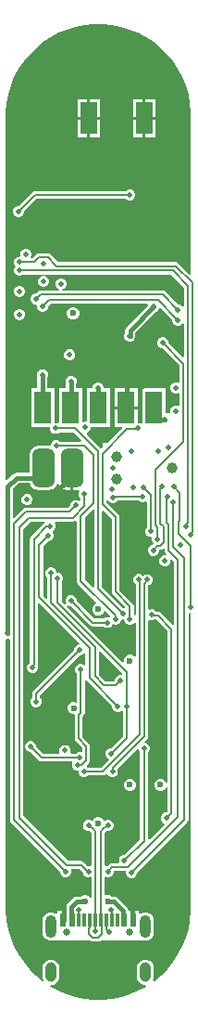
<source format=gbr>
%TF.GenerationSoftware,Altium Limited,Altium Designer,24.2.2 (26)*%
G04 Layer_Physical_Order=4*
G04 Layer_Color=16711680*
%FSLAX45Y45*%
%MOMM*%
%TF.SameCoordinates,505FE19A-96A0-4540-A324-069B6CBC3D10*%
%TF.FilePolarity,Positive*%
%TF.FileFunction,Copper,L4,Bot,Signal*%
%TF.Part,Single*%
G01*
G75*
%TA.AperFunction,Conductor*%
%ADD40C,0.40000*%
%ADD41C,0.20000*%
%TA.AperFunction,ComponentPad*%
G04:AMPARAMS|DCode=45|XSize=1mm|YSize=1.8mm|CornerRadius=0.5mm|HoleSize=0mm|Usage=FLASHONLY|Rotation=180.000|XOffset=0mm|YOffset=0mm|HoleType=Round|Shape=RoundedRectangle|*
%AMROUNDEDRECTD45*
21,1,1.00000,0.80000,0,0,180.0*
21,1,0.00000,1.80000,0,0,180.0*
1,1,1.00000,0.00000,0.40000*
1,1,1.00000,0.00000,0.40000*
1,1,1.00000,0.00000,-0.40000*
1,1,1.00000,0.00000,-0.40000*
%
%ADD45ROUNDEDRECTD45*%
G04:AMPARAMS|DCode=46|XSize=1mm|YSize=2.1mm|CornerRadius=0.5mm|HoleSize=0mm|Usage=FLASHONLY|Rotation=180.000|XOffset=0mm|YOffset=0mm|HoleType=Round|Shape=RoundedRectangle|*
%AMROUNDEDRECTD46*
21,1,1.00000,1.10000,0,0,180.0*
21,1,0.00000,2.10000,0,0,180.0*
1,1,1.00000,0.00000,0.55000*
1,1,1.00000,0.00000,0.55000*
1,1,1.00000,0.00000,-0.55000*
1,1,1.00000,0.00000,-0.55000*
%
%ADD46ROUNDEDRECTD46*%
%ADD47C,0.65000*%
%ADD48C,1.00000*%
%TA.AperFunction,ViaPad*%
%ADD49C,0.50000*%
%ADD50C,0.60000*%
%TA.AperFunction,SMDPad,CuDef*%
%ADD59R,0.30000X1.15000*%
%ADD60R,0.60000X1.15000*%
%ADD61R,1.60000X3.00000*%
G04:AMPARAMS|DCode=62|XSize=3.5mm|YSize=2mm|CornerRadius=0.5mm|HoleSize=0mm|Usage=FLASHONLY|Rotation=270.000|XOffset=0mm|YOffset=0mm|HoleType=Round|Shape=RoundedRectangle|*
%AMROUNDEDRECTD62*
21,1,3.50000,1.00000,0,0,270.0*
21,1,2.50001,2.00000,0,0,270.0*
1,1,1.00000,-0.50000,-1.25000*
1,1,1.00000,-0.50000,1.25000*
1,1,1.00000,0.50000,1.25000*
1,1,1.00000,0.50000,-1.25000*
%
%ADD62ROUNDEDRECTD62*%
G36*
X4024730Y10890845D02*
X4106542Y10874571D01*
X4186371Y10850355D01*
X4263440Y10818433D01*
X4337011Y10779108D01*
X4406372Y10732763D01*
X4470855Y10679842D01*
X4529843Y10620855D01*
X4582763Y10556372D01*
X4629108Y10487011D01*
X4668432Y10413442D01*
X4700355Y10336372D01*
X4724571Y10256542D01*
X4740845Y10174729D01*
X4749022Y10091709D01*
Y10050000D01*
Y8618616D01*
X4737288Y8613755D01*
X4635522Y8715522D01*
X4623812Y8723346D01*
X4610000Y8726093D01*
X3534951D01*
X3464722Y8796322D01*
X3453013Y8804146D01*
X3439200Y8806893D01*
X3360801D01*
X3360800Y8806893D01*
X3346987Y8804146D01*
X3335278Y8796322D01*
X3301088Y8762132D01*
X3289558Y8763295D01*
X3283887Y8774252D01*
X3290400Y8789975D01*
Y8810025D01*
X3282727Y8828549D01*
X3268549Y8842727D01*
X3250025Y8850400D01*
X3229975D01*
X3211451Y8842727D01*
X3197273Y8828549D01*
X3189600Y8810025D01*
Y8789975D01*
X3190250Y8788407D01*
X3181725Y8775800D01*
X3169975D01*
X3151451Y8768127D01*
X3137273Y8753949D01*
X3129600Y8735425D01*
Y8715375D01*
X3137273Y8696851D01*
X3146424Y8687700D01*
X3137273Y8678549D01*
X3129600Y8660025D01*
Y8639975D01*
X3137273Y8621451D01*
X3151451Y8607273D01*
X3169975Y8599600D01*
X3190025D01*
X3208549Y8607273D01*
X3215183Y8613907D01*
X4565449D01*
X4683907Y8495449D01*
Y8323963D01*
X4678371Y8321282D01*
X4671207Y8320069D01*
X4658549Y8332727D01*
X4640025Y8340400D01*
X4630644D01*
X4515522Y8455522D01*
X4503812Y8463346D01*
X4490000Y8466093D01*
X3574139D01*
X3571613Y8478793D01*
X3586049Y8484773D01*
X3600227Y8498951D01*
X3607900Y8517475D01*
Y8537525D01*
X3600227Y8556049D01*
X3586049Y8570227D01*
X3567525Y8577900D01*
X3547475D01*
X3528951Y8570227D01*
X3514773Y8556049D01*
X3507100Y8537525D01*
Y8517475D01*
X3514773Y8498951D01*
X3528951Y8484773D01*
X3543387Y8478793D01*
X3540861Y8466093D01*
X3370000D01*
X3356187Y8463346D01*
X3344478Y8455522D01*
X3329356Y8440400D01*
X3319975D01*
X3301451Y8432727D01*
X3287273Y8418549D01*
X3279600Y8400025D01*
Y8379975D01*
X3287273Y8361451D01*
X3301451Y8347273D01*
X3319975Y8339600D01*
X3329820D01*
X3339600Y8330025D01*
Y8309975D01*
X3347273Y8291451D01*
X3361451Y8277273D01*
X3379975Y8269600D01*
X3400025D01*
X3418549Y8277273D01*
X3432727Y8291451D01*
X3440400Y8309975D01*
Y8319356D01*
X3465750Y8344706D01*
X4350883D01*
X4356143Y8332006D01*
X4159181Y8135045D01*
X4149147Y8120027D01*
X4145623Y8102313D01*
X4145624Y8102312D01*
Y8074567D01*
X4139600Y8060025D01*
Y8039975D01*
X4147273Y8021451D01*
X4161451Y8007273D01*
X4179975Y7999600D01*
X4200025D01*
X4218549Y8007273D01*
X4232727Y8021451D01*
X4240400Y8039975D01*
Y8060025D01*
X4238203Y8065330D01*
Y8083139D01*
X4428626Y8273563D01*
X4438549Y8277673D01*
X4452727Y8291851D01*
X4457536Y8303460D01*
X4472133Y8306823D01*
X4579600Y8199356D01*
Y8189975D01*
X4587273Y8171451D01*
X4601451Y8157273D01*
X4619975Y8149600D01*
X4640025D01*
X4658549Y8157273D01*
X4671207Y8169931D01*
X4678371Y8168718D01*
X4683907Y8166037D01*
Y7863731D01*
X4672173Y7858870D01*
X4540400Y7990644D01*
Y8000025D01*
X4532727Y8018549D01*
X4518549Y8032727D01*
X4500025Y8040400D01*
X4479975D01*
X4461451Y8032727D01*
X4447273Y8018549D01*
X4439600Y8000025D01*
Y7979975D01*
X4447273Y7961451D01*
X4461451Y7947273D01*
X4479975Y7939600D01*
X4489356D01*
X4643907Y7785049D01*
Y7633963D01*
X4631206Y7625768D01*
X4620025Y7630400D01*
X4599975D01*
X4581451Y7622727D01*
X4567273Y7608549D01*
X4559600Y7590025D01*
Y7569975D01*
X4567273Y7551451D01*
X4581451Y7537273D01*
X4599975Y7529600D01*
X4620025D01*
X4631206Y7534232D01*
X4643907Y7526037D01*
Y7423563D01*
X4631206Y7415603D01*
X4619625Y7420400D01*
X4599575D01*
X4581051Y7412727D01*
X4566873Y7398549D01*
X4559200Y7380025D01*
Y7359975D01*
X4552535Y7350000D01*
X4513400D01*
Y7575400D01*
X4302600D01*
Y7259822D01*
X4289900Y7254025D01*
X4274625Y7260352D01*
X4259400D01*
Y7387300D01*
X4154000D01*
X4048600D01*
Y7224600D01*
X4116963D01*
X4121823Y7212867D01*
X3988956Y7080000D01*
X3940000D01*
Y7039996D01*
X3928058Y7029214D01*
X3921020Y7030024D01*
X3793577Y7157467D01*
X3796846Y7172158D01*
X3808229Y7176873D01*
X3822407Y7191051D01*
X3830080Y7209575D01*
Y7224600D01*
X4005400D01*
Y7575400D01*
X3950400D01*
Y7590025D01*
X3942727Y7608549D01*
X3928549Y7622727D01*
X3910025Y7630400D01*
X3889975D01*
X3871451Y7622727D01*
X3857273Y7608549D01*
X3849600Y7590025D01*
Y7575400D01*
X3794600D01*
Y7273271D01*
X3789705Y7270000D01*
X3769655D01*
X3761960Y7266812D01*
X3751400Y7273868D01*
Y7575400D01*
X3696290D01*
Y7620451D01*
X3700400Y7630375D01*
Y7650425D01*
X3692727Y7668949D01*
X3678549Y7683127D01*
X3660025Y7690800D01*
X3639975D01*
X3621451Y7683127D01*
X3607273Y7668949D01*
X3599600Y7650425D01*
Y7630375D01*
X3603711Y7620451D01*
Y7575400D01*
X3540600D01*
Y7265790D01*
X3527900Y7257304D01*
X3520425Y7260400D01*
X3500375D01*
X3497400Y7262388D01*
Y7575400D01*
X3436290D01*
Y7680851D01*
X3440400Y7690775D01*
Y7710825D01*
X3432727Y7729349D01*
X3418549Y7743527D01*
X3400025Y7751200D01*
X3379975D01*
X3361451Y7743527D01*
X3347273Y7729349D01*
X3339600Y7710825D01*
Y7690775D01*
X3343711Y7680851D01*
Y7575400D01*
X3286600D01*
Y7224600D01*
X3456943D01*
X3460000Y7220025D01*
Y7199975D01*
X3467673Y7181451D01*
X3481851Y7167273D01*
X3500375Y7159600D01*
X3520425D01*
X3538949Y7167273D01*
X3545583Y7173907D01*
X3675050D01*
X3746129Y7102827D01*
X3741269Y7091094D01*
X3546592D01*
X3542854Y7094831D01*
X3524330Y7102504D01*
X3504279D01*
X3485755Y7094831D01*
X3471578Y7080654D01*
X3463904Y7062130D01*
Y7058851D01*
X3454356Y7050477D01*
X3450000Y7051051D01*
X3350000D01*
X3330316Y7048460D01*
X3311975Y7040862D01*
X3296224Y7028776D01*
X3284138Y7013026D01*
X3276541Y6994684D01*
X3273949Y6975000D01*
Y6806689D01*
X3150841D01*
X3150840Y6806690D01*
X3133125Y6803166D01*
X3118108Y6793132D01*
X3118107Y6793131D01*
X3062712Y6737736D01*
X3050978Y6742596D01*
Y10050000D01*
Y10091709D01*
X3059155Y10174730D01*
X3075429Y10256542D01*
X3099644Y10336371D01*
X3131567Y10413440D01*
X3170892Y10487011D01*
X3217237Y10556372D01*
X3270157Y10620855D01*
X3329144Y10679842D01*
X3393628Y10732763D01*
X3462989Y10779108D01*
X3536558Y10818432D01*
X3613628Y10850355D01*
X3693458Y10874571D01*
X3775270Y10890845D01*
X3858291Y10899022D01*
X3941708D01*
X4024730Y10890845D01*
D02*
G37*
G36*
X3672700Y6648949D02*
X3710000D01*
X3724524Y6650861D01*
X3730456Y6638833D01*
X3730173Y6638549D01*
X3722500Y6620025D01*
Y6599975D01*
X3730173Y6581451D01*
X3736807Y6574817D01*
Y6553209D01*
X3725073Y6548349D01*
X3723595Y6549827D01*
X3705071Y6557500D01*
X3685021D01*
X3666497Y6549827D01*
X3652319Y6535649D01*
X3644646Y6517125D01*
Y6507744D01*
X3622996Y6486093D01*
X3240000D01*
X3226188Y6483346D01*
X3214478Y6475522D01*
X3128023Y6389066D01*
X3116289Y6393927D01*
Y6660386D01*
X3170013Y6714111D01*
X3275383D01*
X3276541Y6705316D01*
X3284138Y6686974D01*
X3296224Y6671224D01*
X3311975Y6659138D01*
X3330316Y6651540D01*
X3350000Y6648949D01*
X3450000D01*
X3469684Y6651540D01*
X3488026Y6659138D01*
X3503776Y6671224D01*
X3515862Y6686974D01*
X3523460Y6705316D01*
X3523595Y6706347D01*
X3536405D01*
X3536541Y6705316D01*
X3544138Y6686974D01*
X3556224Y6671224D01*
X3571975Y6659138D01*
X3590316Y6651540D01*
X3610000Y6648949D01*
X3647300D01*
Y6850000D01*
X3672700D01*
Y6648949D01*
D02*
G37*
G36*
X4277851Y6547273D02*
X4296375Y6539600D01*
X4316425D01*
X4330806Y6545557D01*
X4343507Y6539237D01*
Y6306882D01*
X4336873Y6300249D01*
X4329200Y6281725D01*
Y6261675D01*
X4336873Y6243150D01*
X4351051Y6228973D01*
X4369575Y6221300D01*
X4380524D01*
X4389600Y6210025D01*
Y6189975D01*
X4397273Y6171451D01*
X4407510Y6161214D01*
X4400363Y6150400D01*
X4393575D01*
X4375051Y6142727D01*
X4360873Y6128549D01*
X4353200Y6110025D01*
Y6089975D01*
X4360873Y6071451D01*
X4375051Y6057273D01*
X4393575Y6049600D01*
X4413625D01*
X4432149Y6057273D01*
X4446327Y6071451D01*
X4454000Y6089975D01*
Y6099356D01*
X4458151Y6103507D01*
X4465018D01*
X4478831Y6106254D01*
X4490540Y6114078D01*
X4492573Y6116111D01*
X4504306Y6111251D01*
Y6099600D01*
X4507054Y6085788D01*
X4514878Y6074079D01*
X4528194Y6060763D01*
X4521000Y6049996D01*
X4520025Y6050400D01*
X4499975D01*
X4481451Y6042727D01*
X4467273Y6028549D01*
X4459600Y6010025D01*
Y5989975D01*
X4467273Y5971451D01*
X4481451Y5957273D01*
X4499975Y5949600D01*
X4520025D01*
X4538549Y5957273D01*
X4552727Y5971451D01*
X4560400Y5989975D01*
Y6010025D01*
X4559996Y6010999D01*
X4570763Y6018193D01*
X4593906Y5995050D01*
Y5424131D01*
X4582173Y5419271D01*
X4470922Y5530522D01*
X4459212Y5538346D01*
X4445400Y5541093D01*
X4430583D01*
X4418950Y5552727D01*
X4400425Y5560400D01*
X4380375D01*
X4368794Y5555603D01*
X4356093Y5563563D01*
Y5779600D01*
X4357180D01*
X4375704Y5787273D01*
X4389882Y5801451D01*
X4397555Y5819975D01*
Y5840025D01*
X4389882Y5858549D01*
X4375704Y5872727D01*
X4357180Y5880400D01*
X4337130D01*
X4318606Y5872727D01*
X4308875Y5862996D01*
X4298847Y5873024D01*
X4280323Y5880697D01*
X4260272D01*
X4241748Y5873024D01*
X4227571Y5858847D01*
X4219898Y5840323D01*
Y5820272D01*
X4227571Y5801748D01*
X4241748Y5787571D01*
X4243907Y5786677D01*
Y5512608D01*
X4231207Y5506843D01*
X4226493Y5510964D01*
Y5589600D01*
X4223746Y5603412D01*
X4215922Y5615122D01*
X4096093Y5734950D01*
Y6400000D01*
X4093346Y6413812D01*
X4085522Y6425522D01*
X3976093Y6534950D01*
Y6552099D01*
X3988793Y6554625D01*
X3990873Y6549605D01*
X4005051Y6535427D01*
X4023575Y6527754D01*
X4043625D01*
X4062149Y6535427D01*
X4076327Y6549605D01*
X4078450Y6554730D01*
X4270394D01*
X4277851Y6547273D01*
D02*
G37*
G36*
X3863907Y6466269D02*
Y5765098D01*
X3851207Y5759837D01*
X3776093Y5834950D01*
Y6395049D01*
X3852173Y6471130D01*
X3863907Y6466269D01*
D02*
G37*
G36*
X4023907Y6385049D02*
Y5720000D01*
X4026654Y5706188D01*
X4034478Y5694478D01*
X4145083Y5583873D01*
X4138858Y5572137D01*
X4129370Y5571674D01*
X3936093Y5764950D01*
Y6456269D01*
X3947827Y6461129D01*
X4023907Y6385049D01*
D02*
G37*
G36*
X3703906Y6362521D02*
Y5820000D01*
X3706654Y5806188D01*
X3714478Y5794478D01*
X3882496Y5626460D01*
X3879516Y5611480D01*
X3868619Y5606966D01*
X3853034Y5591382D01*
X3844600Y5571020D01*
Y5548980D01*
X3853034Y5528619D01*
X3868619Y5513034D01*
X3888980Y5504600D01*
X3911020D01*
X3931382Y5513034D01*
X3946966Y5528619D01*
X3951480Y5539516D01*
X3966460Y5542496D01*
X4012141Y5496815D01*
X4004947Y5486049D01*
X3994442Y5490400D01*
X3974392D01*
X3955867Y5482727D01*
X3949234Y5476093D01*
X3864950D01*
X3700400Y5640644D01*
Y5650025D01*
X3692727Y5668549D01*
X3678549Y5682727D01*
X3660025Y5690400D01*
X3639975D01*
X3621451Y5682727D01*
X3607273Y5668549D01*
X3599600Y5650025D01*
Y5629975D01*
X3607273Y5611451D01*
X3598094Y5602949D01*
X3566093Y5634950D01*
Y5804817D01*
X3572727Y5811451D01*
X3580400Y5829975D01*
Y5850025D01*
X3572727Y5868549D01*
X3558549Y5882727D01*
X3540025Y5890400D01*
X3520000D01*
Y5900025D01*
X3512327Y5918549D01*
X3498149Y5932727D01*
X3479625Y5940400D01*
X3459575D01*
X3441051Y5932727D01*
X3426873Y5918549D01*
X3419200Y5900025D01*
Y5879975D01*
X3426873Y5861451D01*
X3433507Y5854817D01*
Y5664131D01*
X3421773Y5659270D01*
X3396093Y5684951D01*
Y6135205D01*
X3442329Y6181441D01*
X3451711D01*
X3470235Y6189114D01*
X3484412Y6203292D01*
X3492085Y6221816D01*
Y6241866D01*
X3484412Y6260390D01*
X3481768Y6263034D01*
X3484246Y6275491D01*
X3488549Y6277273D01*
X3502727Y6291451D01*
X3510400Y6309975D01*
Y6330025D01*
X3502727Y6348549D01*
X3502423Y6348853D01*
X3507283Y6360586D01*
X3670044D01*
X3683856Y6363334D01*
X3691206Y6368245D01*
X3703906Y6362521D01*
D02*
G37*
G36*
X4533907Y5365450D02*
Y3983670D01*
X4521207Y3981143D01*
X4516966Y3991381D01*
X4501381Y4006966D01*
X4481020Y4015400D01*
X4458980D01*
X4438619Y4006966D01*
X4423034Y3991381D01*
X4414600Y3971020D01*
Y3948980D01*
X4423034Y3928619D01*
X4438619Y3913034D01*
X4458980Y3904600D01*
X4481020D01*
X4501381Y3913034D01*
X4516966Y3928619D01*
X4521207Y3938856D01*
X4533907Y3936330D01*
Y3718814D01*
X4521565Y3706472D01*
X4512184D01*
X4493660Y3698799D01*
X4479482Y3684622D01*
X4471809Y3666098D01*
Y3646047D01*
X4479482Y3627523D01*
X4493660Y3613346D01*
X4501213Y3610217D01*
X4504192Y3595236D01*
X4368793Y3459837D01*
X4356093Y3465098D01*
Y4256717D01*
X4362727Y4263351D01*
X4370400Y4281875D01*
Y4301925D01*
X4362727Y4320449D01*
X4348549Y4334627D01*
X4330025Y4342300D01*
X4329937D01*
X4325077Y4354033D01*
X4345522Y4374478D01*
X4353346Y4386188D01*
X4356093Y4400000D01*
Y5456437D01*
X4368794Y5464397D01*
X4380375Y5459600D01*
X4400425D01*
X4418950Y5467273D01*
X4420583Y5468907D01*
X4430450D01*
X4533907Y5365450D01*
D02*
G37*
G36*
X3639975Y5589600D02*
X3649356D01*
X3824478Y5414478D01*
X3836188Y5406654D01*
X3850000Y5403907D01*
X3949234D01*
X3955867Y5397273D01*
X3974392Y5389600D01*
X3994442D01*
X4012966Y5397273D01*
X4027144Y5411451D01*
X4033368Y5426479D01*
X4049975Y5419600D01*
X4070025D01*
X4088549Y5427273D01*
X4102727Y5441451D01*
X4110400Y5459975D01*
Y5463202D01*
X4119975Y5469600D01*
X4139600D01*
Y5459975D01*
X4147273Y5441451D01*
X4161451Y5427273D01*
X4179975Y5419600D01*
X4200025D01*
X4218549Y5427273D01*
X4231207Y5439930D01*
X4238371Y5438718D01*
X4243907Y5436037D01*
Y5132401D01*
X4231207Y5127141D01*
X4221381Y5136966D01*
X4201020Y5145400D01*
X4178980D01*
X4158619Y5136966D01*
X4143034Y5121381D01*
X4134600Y5101020D01*
Y5084404D01*
X4121900Y5079144D01*
X3612950Y5588094D01*
X3621451Y5597273D01*
X3639975Y5589600D01*
D02*
G37*
G36*
X3408272Y6359501D02*
X3409949Y6347886D01*
X3400588Y6341631D01*
X3284878Y6225922D01*
X3277054Y6214212D01*
X3274307Y6200400D01*
Y5073910D01*
X3271451Y5072727D01*
X3257273Y5058549D01*
X3249600Y5040025D01*
Y5019975D01*
X3257273Y5001451D01*
X3271451Y4987273D01*
X3289975Y4979600D01*
X3310025D01*
X3328549Y4987273D01*
X3342727Y5001451D01*
X3350400Y5019975D01*
Y5040025D01*
X3345518Y5051812D01*
X3346493Y5056716D01*
Y5615869D01*
X3358227Y5620729D01*
X3726823Y5252133D01*
X3721963Y5240400D01*
X3719975D01*
X3701451Y5232727D01*
X3687273Y5218549D01*
X3679600Y5200025D01*
Y5190644D01*
X3304478Y4815522D01*
X3296654Y4803812D01*
X3293907Y4790000D01*
Y4755183D01*
X3287273Y4748549D01*
X3279600Y4730025D01*
Y4709975D01*
X3287273Y4691451D01*
X3301451Y4677273D01*
X3319975Y4669600D01*
X3340025D01*
X3358549Y4677273D01*
X3372727Y4691451D01*
X3380400Y4709975D01*
Y4730025D01*
X3372727Y4748549D01*
X3366093Y4755183D01*
Y4775050D01*
X3730644Y5139600D01*
X3740025D01*
X3758549Y5147273D01*
X3771207Y5159930D01*
X3778371Y5158718D01*
X3783907Y5156037D01*
Y5055330D01*
X3771207Y5050069D01*
X3768549Y5052727D01*
X3750025Y5060400D01*
X3729975D01*
X3711451Y5052727D01*
X3697273Y5038549D01*
X3689600Y5020025D01*
Y4999975D01*
X3697273Y4981451D01*
X3703906Y4974817D01*
Y4718436D01*
X3693347Y4711380D01*
X3685620Y4714581D01*
X3663580D01*
X3643219Y4706147D01*
X3627634Y4690562D01*
X3619200Y4670200D01*
Y4648161D01*
X3627634Y4627799D01*
X3643219Y4612215D01*
X3663580Y4603781D01*
X3678761D01*
X3683907Y4597510D01*
Y4382511D01*
X3686654Y4368699D01*
X3694478Y4356989D01*
X3754306Y4297161D01*
Y4265914D01*
X3743747Y4258858D01*
X3740025Y4260400D01*
X3719975D01*
X3701451Y4252727D01*
X3694817Y4246093D01*
X3650874D01*
X3643818Y4256653D01*
X3645987Y4261888D01*
Y4281938D01*
X3638314Y4300463D01*
X3624136Y4314640D01*
X3605612Y4322313D01*
X3585562D01*
X3567038Y4314640D01*
X3552860Y4300463D01*
X3545187Y4281938D01*
Y4261888D01*
X3547355Y4256653D01*
X3540299Y4246093D01*
X3394951D01*
X3330400Y4310644D01*
Y4320025D01*
X3322727Y4338549D01*
X3308549Y4352727D01*
X3290025Y4360400D01*
X3269975D01*
X3251451Y4352727D01*
X3237273Y4338549D01*
X3229600Y4320025D01*
Y4299975D01*
X3237273Y4281451D01*
X3251451Y4267273D01*
X3269975Y4259600D01*
X3279356D01*
X3354478Y4184478D01*
X3366188Y4176654D01*
X3380000Y4173907D01*
X3659245D01*
X3665795Y4161206D01*
X3660000Y4147217D01*
Y4127167D01*
X3667673Y4108643D01*
X3681851Y4094465D01*
X3700375Y4086792D01*
X3719600D01*
Y4069975D01*
X3727273Y4051451D01*
X3741451Y4037273D01*
X3759975Y4029600D01*
X3780025D01*
X3798549Y4037273D01*
X3805183Y4043907D01*
X3940000D01*
X3953812Y4046654D01*
X3965522Y4054478D01*
X3971934Y4060890D01*
X3984390Y4058412D01*
X3987273Y4051451D01*
X4001451Y4037273D01*
X4019975Y4029600D01*
X4040025D01*
X4058549Y4037273D01*
X4072727Y4051451D01*
X4080400Y4069975D01*
Y4090025D01*
X4074738Y4103694D01*
X4257867Y4286823D01*
X4269600Y4281963D01*
Y4281875D01*
X4277273Y4263351D01*
X4283907Y4256717D01*
Y3464950D01*
X4139356Y3320400D01*
X4129975D01*
X4111451Y3312727D01*
X4097273Y3298549D01*
X4089600Y3280025D01*
Y3259975D01*
X4091142Y3256253D01*
X4084086Y3245694D01*
X4029600D01*
X4015787Y3242946D01*
X4004078Y3235122D01*
X3989356Y3220400D01*
X3979975D01*
X3973394Y3217674D01*
X3960693Y3226160D01*
Y3517934D01*
X3961503Y3518743D01*
X3962004Y3519078D01*
X3982526Y3539600D01*
X4000025D01*
X4018549Y3547273D01*
X4032727Y3561451D01*
X4040400Y3579975D01*
Y3600025D01*
X4032727Y3618549D01*
X4018549Y3632727D01*
X4000025Y3640400D01*
X3979975D01*
X3963880Y3633733D01*
X3952232Y3634561D01*
X3949572Y3635090D01*
X3946966Y3641381D01*
X3931382Y3656966D01*
X3911020Y3665400D01*
X3888980D01*
X3868619Y3656966D01*
X3853034Y3641381D01*
X3850428Y3635090D01*
X3847764Y3634560D01*
X3836120Y3633733D01*
X3820025Y3640400D01*
X3799975D01*
X3781451Y3632727D01*
X3767273Y3618549D01*
X3759600Y3600025D01*
Y3579975D01*
X3767273Y3561451D01*
X3781451Y3547273D01*
X3799975Y3539600D01*
X3817474D01*
X3837596Y3519478D01*
X3838097Y3519143D01*
X3838907Y3518334D01*
Y3226325D01*
X3826206Y3217839D01*
X3820025Y3220400D01*
X3803928D01*
X3768806Y3255522D01*
X3757097Y3263346D01*
X3743284Y3266093D01*
X3624951D01*
X3215694Y3675350D01*
Y6293638D01*
X3282642Y6360586D01*
X3407837D01*
X3408272Y6359501D01*
D02*
G37*
G36*
X4124798Y4974158D02*
X4124247Y4967151D01*
X4111790Y4958929D01*
X4091740D01*
X4073215Y4951256D01*
X4059038Y4937079D01*
X4051365Y4918554D01*
Y4909173D01*
X4048285Y4906093D01*
X3964951D01*
X3906093Y4964951D01*
Y5176269D01*
X3917827Y5181130D01*
X4124798Y4974158D01*
D02*
G37*
G36*
X3794478Y4909878D02*
X4029600Y4674756D01*
Y4665375D01*
X4037273Y4646851D01*
X4051451Y4632673D01*
X4069975Y4625000D01*
X4090025D01*
X4108549Y4632673D01*
X4117000Y4641124D01*
X4129325Y4635488D01*
Y4404969D01*
X4019356Y4295000D01*
X4009975D01*
X3991451Y4287327D01*
X3977273Y4273149D01*
X3969600Y4254625D01*
Y4234575D01*
X3977273Y4216051D01*
X3991451Y4201873D01*
X3994594Y4200571D01*
X3997072Y4188115D01*
X3925050Y4116093D01*
X3805183D01*
X3798549Y4122727D01*
X3795419Y4124024D01*
X3792942Y4136480D01*
X3815922Y4159460D01*
X3823746Y4171169D01*
X3826493Y4184982D01*
Y4312110D01*
X3826493Y4312111D01*
X3823746Y4325923D01*
X3815922Y4337633D01*
X3756093Y4397461D01*
Y4582560D01*
X3765522Y4591989D01*
X3773346Y4603698D01*
X3776093Y4617511D01*
Y4914538D01*
X3788793Y4918386D01*
X3794478Y4909878D01*
D02*
G37*
G36*
X4739576Y5528757D02*
X4749022D01*
Y2850000D01*
Y2808291D01*
X4740845Y2725270D01*
X4724571Y2643458D01*
X4700356Y2563628D01*
X4668433Y2486560D01*
X4629108Y2412989D01*
X4582763Y2343627D01*
X4529843Y2279144D01*
X4470855Y2220157D01*
X4411645Y2171565D01*
X4401130Y2179364D01*
X4405459Y2189817D01*
X4408051Y2209500D01*
Y2289500D01*
X4405459Y2309183D01*
X4397862Y2327525D01*
X4385776Y2343276D01*
X4370025Y2355362D01*
X4351683Y2362959D01*
X4332000Y2365551D01*
X4312316Y2362959D01*
X4293975Y2355362D01*
X4278224Y2343276D01*
X4266138Y2327525D01*
X4258541Y2309183D01*
X4255949Y2289500D01*
Y2209500D01*
X4258541Y2189817D01*
X4266138Y2171475D01*
X4278224Y2155724D01*
X4293975Y2143638D01*
X4312316Y2136041D01*
X4332000Y2133449D01*
X4333178Y2133604D01*
X4337771Y2121400D01*
X4337011Y2120892D01*
X4263442Y2081568D01*
X4186372Y2049644D01*
X4106542Y2025429D01*
X4024729Y2009155D01*
X3941709Y2000978D01*
X3858291Y2000978D01*
X3775270Y2009155D01*
X3693458Y2025429D01*
X3613629Y2049644D01*
X3536560Y2081567D01*
X3462989Y2120892D01*
X3462229Y2121400D01*
X3466822Y2133605D01*
X3468000Y2133449D01*
X3487684Y2136041D01*
X3506025Y2143638D01*
X3521776Y2155724D01*
X3533862Y2171475D01*
X3541460Y2189817D01*
X3544051Y2209500D01*
Y2289500D01*
X3541460Y2309183D01*
X3533862Y2327525D01*
X3521776Y2343276D01*
X3506025Y2355362D01*
X3487684Y2362959D01*
X3468000Y2365551D01*
X3448317Y2362959D01*
X3429975Y2355362D01*
X3414224Y2343276D01*
X3402138Y2327525D01*
X3394541Y2309183D01*
X3391950Y2289500D01*
Y2209500D01*
X3394541Y2189817D01*
X3398871Y2179363D01*
X3388355Y2171564D01*
X3329144Y2220157D01*
X3270157Y2279144D01*
X3217237Y2343628D01*
X3170892Y2412989D01*
X3131568Y2486558D01*
X3099645Y2563628D01*
X3075429Y2643458D01*
X3059155Y2725270D01*
X3050978Y2808291D01*
Y2850000D01*
Y5283856D01*
X3059575Y5289600D01*
X3079625D01*
X3083347Y5291142D01*
X3093907Y5284086D01*
Y3640000D01*
X3096654Y3626188D01*
X3104478Y3614478D01*
X3549600Y3169356D01*
Y3159975D01*
X3557273Y3141451D01*
X3571451Y3127273D01*
X3589975Y3119600D01*
X3610025D01*
X3628549Y3127273D01*
X3642727Y3141451D01*
X3650400Y3159975D01*
Y3180025D01*
X3649024Y3183347D01*
X3656080Y3193906D01*
X3728334D01*
X3759600Y3162640D01*
Y3159975D01*
X3767273Y3141451D01*
X3781451Y3127273D01*
X3799975Y3119600D01*
X3820025D01*
X3826206Y3122161D01*
X3838907Y3113675D01*
Y2935741D01*
X3829901Y2932453D01*
X3826207Y2932141D01*
X3811382Y2946966D01*
X3791020Y2955400D01*
X3768980D01*
X3748619Y2946966D01*
X3744115Y2942463D01*
X3702849D01*
X3702848Y2942463D01*
X3685134Y2938939D01*
X3670116Y2928905D01*
X3670116Y2928904D01*
X3621868Y2880657D01*
X3611834Y2865639D01*
X3608310Y2847925D01*
X3608311Y2847924D01*
Y2807900D01*
X3592700D01*
Y2725000D01*
X3567300D01*
Y2807900D01*
X3524600D01*
Y2790117D01*
X3511900Y2783854D01*
X3506025Y2788361D01*
X3487684Y2795959D01*
X3468000Y2798550D01*
X3448317Y2795959D01*
X3429975Y2788361D01*
X3414224Y2776276D01*
X3402138Y2760525D01*
X3394541Y2742183D01*
X3391950Y2722500D01*
Y2612499D01*
X3394541Y2592816D01*
X3402138Y2574474D01*
X3414224Y2558724D01*
X3429975Y2546638D01*
X3448317Y2539040D01*
X3468000Y2536449D01*
X3830411D01*
X3836571Y2532334D01*
X3850383Y2529586D01*
X3900419D01*
X3914232Y2532334D01*
X3920391Y2536449D01*
X4332000D01*
X4351683Y2539040D01*
X4370025Y2546638D01*
X4385776Y2558724D01*
X4397862Y2574474D01*
X4405459Y2592816D01*
X4408051Y2612499D01*
Y2722500D01*
X4405459Y2742183D01*
X4397862Y2760525D01*
X4385776Y2776276D01*
X4370025Y2788361D01*
X4351683Y2795959D01*
X4332000Y2798550D01*
X4312316Y2795959D01*
X4293975Y2788361D01*
X4288100Y2783854D01*
X4275400Y2790117D01*
Y2807900D01*
X4232700D01*
Y2725000D01*
X4207300D01*
Y2807900D01*
X4176290D01*
Y2812900D01*
X4172766Y2830615D01*
X4162732Y2845632D01*
X4162731Y2845633D01*
X4079459Y2928905D01*
X4064441Y2938939D01*
X4046727Y2942463D01*
X4046726Y2942463D01*
X4025885D01*
X4021381Y2946966D01*
X4001020Y2955400D01*
X3978980D01*
X3971253Y2952199D01*
X3960693Y2959255D01*
Y3113840D01*
X3973394Y3122326D01*
X3979975Y3119600D01*
X4000025D01*
X4018549Y3127273D01*
X4032727Y3141451D01*
X4040400Y3159975D01*
Y3169356D01*
X4044550Y3173507D01*
X4155437D01*
X4156412Y3172049D01*
Y3151999D01*
X4164085Y3133475D01*
X4178262Y3119297D01*
X4196786Y3111624D01*
X4216837D01*
X4235361Y3119297D01*
X4249538Y3133475D01*
X4257211Y3151999D01*
Y3161380D01*
X4714723Y3618892D01*
X4722547Y3630602D01*
X4725295Y3644414D01*
Y5523243D01*
X4735855Y5530299D01*
X4739576Y5528757D01*
D02*
G37*
%LPC*%
G36*
X4427400Y10215400D02*
X4334700D01*
Y10052700D01*
X4427400D01*
Y10215400D01*
D02*
G37*
G36*
X4309300D02*
X4216600D01*
Y10052700D01*
X4309300D01*
Y10215400D01*
D02*
G37*
G36*
X3919400D02*
X3826700D01*
Y10052700D01*
X3919400D01*
Y10215400D01*
D02*
G37*
G36*
X3801300D02*
X3708600D01*
Y10052700D01*
X3801300D01*
Y10215400D01*
D02*
G37*
G36*
X4427400Y10027300D02*
X4334700D01*
Y9864600D01*
X4427400D01*
Y10027300D01*
D02*
G37*
G36*
X4309300D02*
X4216600D01*
Y9864600D01*
X4309300D01*
Y10027300D01*
D02*
G37*
G36*
X3919400D02*
X3826700D01*
Y9864600D01*
X3919400D01*
Y10027300D01*
D02*
G37*
G36*
X3801300D02*
X3708600D01*
Y9864600D01*
X3801300D01*
Y10027300D01*
D02*
G37*
G36*
X4200025Y9390400D02*
X4179975D01*
X4161451Y9382727D01*
X4154817Y9376094D01*
X3320000D01*
X3306187Y9373346D01*
X3294478Y9365522D01*
X3169356Y9240400D01*
X3159975D01*
X3141451Y9232727D01*
X3127273Y9218549D01*
X3119600Y9200025D01*
Y9179975D01*
X3127273Y9161451D01*
X3141451Y9147273D01*
X3159975Y9139600D01*
X3180025D01*
X3198549Y9147273D01*
X3212727Y9161451D01*
X3220400Y9179975D01*
Y9189356D01*
X3334950Y9303907D01*
X4154817D01*
X4161451Y9297273D01*
X4179975Y9289600D01*
X4200025D01*
X4218549Y9297273D01*
X4232727Y9311451D01*
X4240400Y9329975D01*
Y9350025D01*
X4232727Y9368549D01*
X4218549Y9382727D01*
X4200025Y9390400D01*
D02*
G37*
G36*
X3410025Y8600400D02*
X3389975D01*
X3371451Y8592727D01*
X3357273Y8578549D01*
X3349600Y8560025D01*
Y8539975D01*
X3357273Y8521451D01*
X3371451Y8507273D01*
X3389975Y8499600D01*
X3410025D01*
X3428549Y8507273D01*
X3442727Y8521451D01*
X3450400Y8539975D01*
Y8560025D01*
X3442727Y8578549D01*
X3428549Y8592727D01*
X3410025Y8600400D01*
D02*
G37*
G36*
X3190025Y8510400D02*
X3169975D01*
X3151451Y8502727D01*
X3137273Y8488549D01*
X3129600Y8470025D01*
Y8449975D01*
X3137273Y8431451D01*
X3151451Y8417273D01*
X3169975Y8409600D01*
X3190025D01*
X3208549Y8417273D01*
X3222727Y8431451D01*
X3230400Y8449975D01*
Y8470025D01*
X3222727Y8488549D01*
X3208549Y8502727D01*
X3190025Y8510400D01*
D02*
G37*
G36*
X3681020Y8315400D02*
X3658980D01*
X3638619Y8306966D01*
X3623034Y8291381D01*
X3614600Y8271020D01*
Y8248980D01*
X3623034Y8228619D01*
X3638619Y8213034D01*
X3658980Y8204600D01*
X3681020D01*
X3701381Y8213034D01*
X3716966Y8228619D01*
X3725400Y8248980D01*
Y8271020D01*
X3716966Y8291381D01*
X3701381Y8306966D01*
X3681020Y8315400D01*
D02*
G37*
G36*
X3190025Y8300400D02*
X3169975D01*
X3151451Y8292727D01*
X3137273Y8278549D01*
X3129600Y8260025D01*
Y8239975D01*
X3137273Y8221451D01*
X3151451Y8207273D01*
X3169975Y8199600D01*
X3190025D01*
X3208549Y8207273D01*
X3222727Y8221451D01*
X3230400Y8239975D01*
Y8260025D01*
X3222727Y8278549D01*
X3208549Y8292727D01*
X3190025Y8300400D01*
D02*
G37*
G36*
X3650025Y7930400D02*
X3629975D01*
X3611451Y7922727D01*
X3597273Y7908549D01*
X3589600Y7890025D01*
Y7869975D01*
X3597273Y7851451D01*
X3611451Y7837273D01*
X3629975Y7829600D01*
X3650025D01*
X3668549Y7837273D01*
X3682727Y7851451D01*
X3690400Y7869975D01*
Y7890025D01*
X3682727Y7908549D01*
X3668549Y7922727D01*
X3650025Y7930400D01*
D02*
G37*
G36*
X4259400Y7575400D02*
X4166700D01*
Y7412700D01*
X4259400D01*
Y7575400D01*
D02*
G37*
G36*
X4141300D02*
X4048600D01*
Y7412700D01*
X4141300D01*
Y7575400D01*
D02*
G37*
G36*
X3260025Y6610400D02*
X3239975D01*
X3221451Y6602727D01*
X3207273Y6588549D01*
X3199600Y6570025D01*
Y6549975D01*
X3207273Y6531451D01*
X3221451Y6517273D01*
X3239975Y6509600D01*
X3260025D01*
X3278549Y6517273D01*
X3292727Y6531451D01*
X3300400Y6549975D01*
Y6570025D01*
X3292727Y6588549D01*
X3278549Y6602727D01*
X3260025Y6610400D01*
D02*
G37*
G36*
X4201020Y4015400D02*
X4178980D01*
X4158619Y4006966D01*
X4143034Y3991381D01*
X4134600Y3971020D01*
Y3948980D01*
X4143034Y3928619D01*
X4158619Y3913034D01*
X4178980Y3904600D01*
X4201020D01*
X4221381Y3913034D01*
X4236966Y3928619D01*
X4245400Y3948980D01*
Y3971020D01*
X4236966Y3991381D01*
X4221381Y4006966D01*
X4201020Y4015400D01*
D02*
G37*
%LPD*%
D40*
X3070000Y5340400D02*
Y6679560D01*
X3069600Y5340000D02*
X3070000Y5340400D01*
X3441913Y6601913D02*
X3486913D01*
X3660000Y6775000D02*
Y6850000D01*
X3440000Y6600000D02*
X3441913Y6601913D01*
X3486913D02*
X3660000Y6775000D01*
Y6847716D02*
X3737716Y6770000D01*
X4160000Y7406000D02*
Y7600000D01*
X4191913Y8051913D02*
Y8102313D01*
X4410000Y8320400D01*
X4190000Y8050000D02*
X4191913Y8051913D01*
X4468000Y7292900D02*
X4511682D01*
X3390000Y7402000D02*
Y7700800D01*
X3650000Y7404000D02*
Y7640400D01*
X3900000Y7400000D02*
Y7580000D01*
X4154000Y7400000D02*
X4160000Y7406000D01*
X4408000Y7352900D02*
Y7400000D01*
Y7352900D02*
X4468000Y7292900D01*
X3070000Y6679560D02*
X3150840Y6760400D01*
X3322284D01*
X3400000Y6838116D01*
Y6850000D01*
X3990000Y2900000D02*
X3993827Y2896173D01*
X4046727D01*
X4130000Y2812900D01*
X3654600Y2847925D02*
X3702848Y2896173D01*
X3776173D02*
X3780000Y2900000D01*
X3702848Y2896173D02*
X3776173D01*
X4130000Y2735000D02*
Y2812900D01*
Y2735000D02*
X4140000Y2725000D01*
X4211913Y2733087D02*
Y2818087D01*
X4210000Y2820000D02*
X4211913Y2818087D01*
Y2733087D02*
X4220000Y2725000D01*
X3654600Y2730400D02*
Y2847925D01*
Y2730400D02*
X3660000Y2725000D01*
X3582287Y2818087D02*
X3584200Y2820000D01*
X3582287Y2727287D02*
Y2818087D01*
X3580000Y2725000D02*
X3582287Y2727287D01*
D41*
X3740000Y5820000D02*
X4056109Y5503891D01*
Y5473891D02*
X4060000Y5470000D01*
X4056109Y5473891D02*
Y5503891D01*
X3900000Y5750000D02*
X4130000Y5520000D01*
X4190000Y5470000D02*
X4190400Y5470400D01*
X4060000Y5720000D02*
X4190400Y5589600D01*
Y5470400D02*
Y5589600D01*
X4522209Y3656072D02*
X4570000Y3703863D01*
Y5380400D01*
X4445400Y5505000D02*
X4570000Y5380400D01*
X4540400Y6099600D02*
X4630000Y6010000D01*
Y3670000D02*
Y6010000D01*
X4169600Y3209600D02*
X4630000Y3670000D01*
X4584660Y6129922D02*
X4689201Y6025380D01*
X4206811Y3162024D02*
X4689201Y3644414D01*
X4749601Y5579157D02*
Y6140399D01*
X4689201Y3644414D02*
Y6025380D01*
X4637120Y6252880D02*
X4749601Y6140399D01*
X4275740Y5807544D02*
Y5824855D01*
X4270298Y5830297D02*
X4275740Y5824855D01*
X4637120Y6362261D02*
X4646405Y6371547D01*
X4637120Y6252880D02*
Y6362261D01*
X4610000Y8690000D02*
X4760000Y8540000D01*
X4755342Y6245740D02*
Y6262057D01*
X4760000Y6266716D02*
Y8540000D01*
X4755342Y6262057D02*
X4760000Y6266716D01*
X4699600Y6320400D02*
Y6326716D01*
X4720000Y6347116D01*
Y8510400D01*
X4590000Y6680000D02*
X4646405Y6623595D01*
Y6371547D02*
Y6623595D01*
X4749601Y6240000D02*
X4755342Y6245740D01*
X4524260Y6353392D02*
X4540400Y6337253D01*
X4469600Y6343738D02*
X4500400Y6312938D01*
Y6174982D02*
Y6312938D01*
X4469600Y6661082D02*
X4480400Y6671882D01*
X4469600Y6343738D02*
Y6661082D01*
X4480400Y6671882D02*
Y6680000D01*
X4524260Y6353392D02*
Y6584260D01*
X4584660Y6129922D02*
Y6538154D01*
X4524260Y6584260D02*
X4530000Y6590000D01*
X4584660Y6538154D02*
X4585837Y6539331D01*
X4443200Y6139600D02*
X4465018D01*
X4540400Y6099600D02*
Y6337253D01*
X4680000Y7090000D02*
Y7800000D01*
X4420000Y6330015D02*
Y6830000D01*
X4680000Y7090000D01*
X4440000Y6200000D02*
Y6310015D01*
X4420000Y6330015D02*
X4440000Y6310015D01*
X4379600Y6271700D02*
Y6602218D01*
X4311818Y6670000D02*
X4379600Y6602218D01*
X4041718Y6578154D02*
X4054387Y6590823D01*
X4305577D01*
X4033600Y6578154D02*
X4041718D01*
X4310000Y6670000D02*
X4311818D01*
X3426109Y6316109D02*
X3456109D01*
X3460000Y6320000D01*
X3310400Y6200400D02*
X3426109Y6316109D01*
X3310400Y5056716D02*
Y6200400D01*
X3305740Y5035740D02*
Y5052056D01*
X3300000Y5030000D02*
X3305740Y5035740D01*
Y5052056D02*
X3310400Y5056716D01*
X3130000Y6340000D02*
X3240000Y6450000D01*
X3637946D02*
X3695046Y6507100D01*
X3240000Y6450000D02*
X3637946D01*
X3130000Y3640000D02*
Y6340000D01*
Y3640000D02*
X3600000Y3170000D01*
X3517200Y7055000D02*
X3775000D01*
X3860000Y6530000D02*
Y6970000D01*
X3775000Y7055000D02*
X3860000Y6970000D01*
X3940000Y6980000D02*
X4164212Y7204212D01*
X3940000Y6520000D02*
Y6980000D01*
Y6520000D02*
X4060000Y6400000D01*
X3740000Y6410000D02*
X3860000Y6530000D01*
X4164212Y7204212D02*
X4258860D01*
X3900000Y5750000D02*
Y7000000D01*
X3690000Y7210000D02*
X3900000Y7000000D01*
X3510400Y7210000D02*
X3690000D01*
X3514304Y7052105D02*
X3517200Y7055000D01*
X4490000Y7990000D02*
X4680000Y7800000D01*
X4258860Y7204212D02*
X4264600Y7209952D01*
X4580400Y8650000D02*
X4720000Y8510400D01*
X3520000Y8690000D02*
X4610000D01*
X4490000Y8430000D02*
X4630000Y8290000D01*
X3370000Y8430000D02*
X4490000D01*
X4449200Y8380800D02*
X4630000Y8200000D01*
X3450800Y8380800D02*
X4449200D01*
X3390000Y8320000D02*
X3450800Y8380800D01*
X3330000Y8390000D02*
X3370000Y8430000D01*
X3439200Y8770800D02*
X3520000Y8690000D01*
X3360800Y8770800D02*
X3439200D01*
X3180000Y8725400D02*
X3315400D01*
X3360800Y8770800D01*
X3180000Y8650000D02*
X4580400D01*
X3170000Y9190000D02*
Y9190000D01*
X3320000Y9340000D01*
X4190000D01*
X4403600Y6100000D02*
X4443200Y6139600D01*
X4465018D02*
X4500400Y6174982D01*
X4320000Y4400000D02*
Y5794727D01*
X4347155Y5821882D01*
Y5830000D01*
X4390400Y5510000D02*
X4395400Y5505000D01*
X4445400D01*
X4060000Y5720000D02*
Y6400000D01*
X3772900Y6499536D02*
Y6610000D01*
X3179600Y6308588D02*
X3267692Y6396680D01*
X3670044D01*
X3772900Y6499536D01*
X3740000Y5820000D02*
Y6410000D01*
X3850000Y5440000D02*
X3984417D01*
X3650000Y5640000D02*
X3850000Y5440000D01*
X3390000Y7402000D02*
X3392000Y7400000D01*
X3646000D02*
X3650000Y7404000D01*
X3360000Y6150155D02*
X3441686Y6231841D01*
X3360000Y5670000D02*
Y6150155D01*
X3469600Y5620400D02*
Y5890000D01*
X3179600Y3660400D02*
X3610000Y3230000D01*
X3179600Y3660400D02*
Y6308588D01*
X3469600Y5620400D02*
X3870000Y5220000D01*
X3530000Y5620000D02*
X4165418Y4984582D01*
X3530000Y5620000D02*
Y5840000D01*
X3360000Y5670000D02*
X3820000Y5210000D01*
X4275740Y5807544D02*
X4280000Y5803284D01*
X4033891Y4113891D02*
X4320000Y4400000D01*
X4080400Y4220400D02*
X4280000Y4420000D01*
Y5803284D01*
X3740000Y4617511D02*
Y5010000D01*
X4165418Y4675400D02*
Y4984582D01*
X3870000Y4950000D02*
X3950000Y4870000D01*
X3870000Y4950000D02*
Y5220000D01*
X3820000Y4935400D02*
Y5210000D01*
X3950000Y4870000D02*
X4063235D01*
X4101765Y4908529D01*
X4165418Y4390018D02*
Y4675400D01*
X3330000Y4790000D02*
X3730000Y5190000D01*
X3820000Y4935400D02*
X4080000Y4675400D01*
X3330000Y4720000D02*
Y4790000D01*
X4020000Y4244600D02*
X4165418Y4390018D01*
X3940000Y4080000D02*
X4044200Y4184200D01*
X4045018D02*
X4080400Y4219582D01*
X4044200Y4184200D02*
X4045018D01*
X4080400Y4219582D02*
Y4220400D01*
X3770000Y4080000D02*
X3940000D01*
X4033891Y4083891D02*
Y4113891D01*
X4320000Y3450000D02*
Y4291900D01*
X4030000Y4080000D02*
X4033891Y4083891D01*
X3720000Y4382511D02*
X3790400Y4312111D01*
X3720000Y4382511D02*
Y4597511D01*
X3740000Y4617511D01*
X3380000Y4210000D02*
X3730000D01*
X3790400Y4184982D02*
Y4312111D01*
X3748350Y4142932D02*
X3790400Y4184982D01*
X3716140Y4142932D02*
X3748350D01*
X3710400Y4137192D02*
X3716140Y4142932D01*
X3280000Y4310000D02*
X3380000Y4210000D01*
X4029600Y3209600D02*
X4169600D01*
X3990000Y3170000D02*
X4029600Y3209600D01*
X4140000Y3270000D02*
X4320000Y3450000D01*
X3936482Y3544600D02*
X3981882Y3590000D01*
X3924600Y3532884D02*
X3936316Y3544600D01*
X3924600Y2724600D02*
Y3532884D01*
X3936316Y3544600D02*
X3936482D01*
X3875000Y2725000D02*
Y3533284D01*
X3863118Y3545000D02*
X3863284D01*
X3818118Y3590000D02*
X3863118Y3545000D01*
X3863284D02*
X3875000Y3533284D01*
X3810000Y3590000D02*
X3818118D01*
X3981882D02*
X3990000D01*
X3610000Y3230000D02*
X3743284D01*
X3803284Y3170000D01*
X3810000D01*
X3975000Y2644599D02*
X3996201Y2623398D01*
Y2619025D02*
Y2623398D01*
X3975000Y2644599D02*
Y2725000D01*
X3924600Y2724600D02*
X3930000Y2719200D01*
Y2656899D02*
X3930000Y2656898D01*
X3820000Y2720000D02*
X3825000Y2725000D01*
X3930000Y2655074D02*
X3935801Y2649273D01*
Y2601061D02*
Y2649273D01*
X3930000Y2656899D02*
Y2719200D01*
X3815001Y2601061D02*
X3850383Y2565679D01*
X3820000Y2655074D02*
Y2720000D01*
X3930000Y2655074D02*
Y2656898D01*
X3815001Y2601061D02*
Y2650075D01*
X3875000Y2725000D02*
X3875201Y2724799D01*
Y2626280D02*
Y2724799D01*
X3850383Y2565679D02*
X3900419D01*
X3875201Y2626280D02*
X3875401Y2626079D01*
X3900419Y2565679D02*
X3935801Y2601061D01*
X3815001Y2650075D02*
X3820000Y2655074D01*
X4021484Y2821856D02*
X4023242Y2820098D01*
Y2726758D02*
Y2820098D01*
Y2726758D02*
X4025000Y2725000D01*
X3725000Y2818765D02*
X3725000Y2818764D01*
Y2725000D02*
Y2818764D01*
D45*
X4332000Y2249500D02*
D03*
X3468000D02*
D03*
D46*
X4332000Y2667500D02*
D03*
X3468000D02*
D03*
D47*
X4189000Y2617500D02*
D03*
X3611000D02*
D03*
D48*
X4580000Y6850000D02*
D03*
X4072000Y6748500D02*
D03*
Y6951500D02*
D03*
D49*
X4650000Y6150000D02*
D03*
X3640000Y7880000D02*
D03*
X4520000Y9520000D02*
D03*
X4499999Y10499997D02*
D03*
X4649999Y10199997D02*
D03*
X4499999Y9899997D02*
D03*
X4649999Y9599997D02*
D03*
Y8999997D02*
D03*
Y8399997D02*
D03*
X4499999Y5099998D02*
D03*
Y3299999D02*
D03*
X4649999Y2999999D02*
D03*
X4499999Y2699999D02*
D03*
X4199999Y10499997D02*
D03*
Y2099999D02*
D03*
X3899999Y10499997D02*
D03*
X4049999Y10199997D02*
D03*
Y7799998D02*
D03*
Y2399999D02*
D03*
X3599999Y10499997D02*
D03*
Y9899997D02*
D03*
X3749999Y7799998D02*
D03*
Y2399999D02*
D03*
X3599999Y2099999D02*
D03*
X3299999Y10499997D02*
D03*
X3449999Y10199997D02*
D03*
X3299999Y9899997D02*
D03*
Y8099998D02*
D03*
X3449999Y3599999D02*
D03*
X3299999Y2699999D02*
D03*
X4060000Y5470000D02*
D03*
X4130000Y5520000D02*
D03*
X4190000Y5470000D02*
D03*
X4749601Y5579157D02*
D03*
X4270298Y5830297D02*
D03*
X4699600Y6320400D02*
D03*
X4585837Y6539331D02*
D03*
X4530000Y6590000D02*
D03*
X4379600Y6271700D02*
D03*
X4306400Y6590000D02*
D03*
X3460000Y6320000D02*
D03*
X3695046Y6507100D02*
D03*
X3250000Y6170000D02*
D03*
X3069600Y5340000D02*
D03*
X3440000Y6600000D02*
D03*
X3779680Y7219600D02*
D03*
X4450000Y7000000D02*
D03*
X4540000Y7040000D02*
D03*
X4480400Y6680000D02*
D03*
X4590000D02*
D03*
X4610000Y7470000D02*
D03*
Y7580000D02*
D03*
X4609600Y7370000D02*
D03*
X4590000Y7790000D02*
D03*
X3510400Y7210000D02*
D03*
X3514304Y7052105D02*
D03*
X4264600Y7209952D02*
D03*
X4200000Y7000000D02*
D03*
X4749601Y6240000D02*
D03*
X4315014Y7598698D02*
D03*
X4160000Y7600000D02*
D03*
X3261600Y7300000D02*
D03*
X4490000Y7990000D02*
D03*
X4630000Y8290000D02*
D03*
Y8200000D02*
D03*
X3390000Y8320000D02*
D03*
X3330000Y8390000D02*
D03*
X4410000Y8320400D02*
D03*
X3180000Y8460000D02*
D03*
X3557500Y8527500D02*
D03*
X3400000Y8550000D02*
D03*
X3550000Y8780000D02*
D03*
X3400000Y8710400D02*
D03*
X3180000Y8725400D02*
D03*
Y8650000D02*
D03*
X3240000Y8800000D02*
D03*
X3250000Y6560000D02*
D03*
X3180000Y8250000D02*
D03*
X3170000Y9190000D02*
D03*
X3283936Y9215213D02*
D03*
X4190000Y9340000D02*
D03*
X3900000Y2130000D02*
D03*
X3595587Y4271913D02*
D03*
X4630000Y8110000D02*
D03*
X4440000Y6200000D02*
D03*
X4403600Y6100000D02*
D03*
X4511682Y7292900D02*
D03*
X4310000Y6670000D02*
D03*
X4347155Y5830000D02*
D03*
X4390400Y5510000D02*
D03*
X4030000Y6850000D02*
D03*
X4033600Y6578154D02*
D03*
X4029827Y6653459D02*
D03*
X4130000Y5410000D02*
D03*
X3772900Y6610000D02*
D03*
X3984417Y5440000D02*
D03*
X3390000Y7700800D02*
D03*
X3650000Y7640400D02*
D03*
X3900000Y7580000D02*
D03*
X3650000Y5640000D02*
D03*
X3300000Y5030000D02*
D03*
X3441686Y6231841D02*
D03*
X3469600Y5890000D02*
D03*
X3320000Y7199600D02*
D03*
X3530000Y5840000D02*
D03*
X4410000Y8179600D02*
D03*
X4190000Y8050000D02*
D03*
X3540000Y8880000D02*
D03*
X3590000Y9050000D02*
D03*
X3280000Y9520000D02*
D03*
X4220000Y6670000D02*
D03*
X4560000Y5650000D02*
D03*
X4510000Y6000000D02*
D03*
X3740000Y5010000D02*
D03*
X4101765Y4908529D02*
D03*
X3730000Y5190000D02*
D03*
X4165418Y4675400D02*
D03*
X4080000D02*
D03*
X4020000Y4244600D02*
D03*
X4320000Y4291900D02*
D03*
X3330000Y4720000D02*
D03*
X4030000Y4080000D02*
D03*
X3570000Y4680000D02*
D03*
X3730000Y4210000D02*
D03*
X3770000Y4080000D02*
D03*
X3710400Y4137192D02*
D03*
X4400000Y4291900D02*
D03*
X3280000Y4310000D02*
D03*
X4206811Y3162024D02*
D03*
X4140000Y3270000D02*
D03*
X3810000Y3590000D02*
D03*
X3990000D02*
D03*
X4522209Y3656072D02*
D03*
X3990000Y3170000D02*
D03*
X3600000D02*
D03*
X3810000D02*
D03*
X4122100Y3100000D02*
D03*
X4430000D02*
D03*
X3370000D02*
D03*
X3677900D02*
D03*
X3996201Y2619025D02*
D03*
X3875401Y2626079D02*
D03*
X4021484Y2821856D02*
D03*
X4210000Y2820000D02*
D03*
X3725000Y2818765D02*
D03*
X3584200Y2820000D02*
D03*
D50*
X3980000Y5910000D02*
D03*
X3820000D02*
D03*
X4160000Y6100000D02*
D03*
X3980000D02*
D03*
X3820000D02*
D03*
X3640000D02*
D03*
X3980000Y6290000D02*
D03*
X3820000D02*
D03*
X3900000Y5560000D02*
D03*
X3670000Y8260000D02*
D03*
X3440000Y5252595D02*
D03*
X3560000Y5360000D02*
D03*
X4033865Y4960000D02*
D03*
X4190000Y5090000D02*
D03*
X3674600Y4659181D02*
D03*
X4402674Y4510000D02*
D03*
X4005000Y4400000D02*
D03*
X3280000Y4490000D02*
D03*
X3700001Y4284593D02*
D03*
X3795000Y4400000D02*
D03*
X4190000Y3960000D02*
D03*
X4470000D02*
D03*
X3470000Y3930000D02*
D03*
X3600000D02*
D03*
X3900000Y3850000D02*
D03*
Y3610000D02*
D03*
X3990000Y2900000D02*
D03*
X3780000D02*
D03*
D59*
X4075000Y2725000D02*
D03*
X4025000D02*
D03*
X3975000D02*
D03*
X3925000D02*
D03*
X3875000D02*
D03*
X3825000D02*
D03*
X3775000D02*
D03*
X3725000D02*
D03*
D60*
X4140000D02*
D03*
X3660000D02*
D03*
X4220000D02*
D03*
X3580000D02*
D03*
D61*
X3392000Y7400000D02*
D03*
X3646000D02*
D03*
X3900000D02*
D03*
X4154000D02*
D03*
X4408000D02*
D03*
X3814000Y10040000D02*
D03*
X4322000D02*
D03*
D62*
X3660000Y6850000D02*
D03*
X3400000D02*
D03*
%TF.MD5,72c1ca8a8b2096887d3b1ef36ad8331a*%
M02*

</source>
